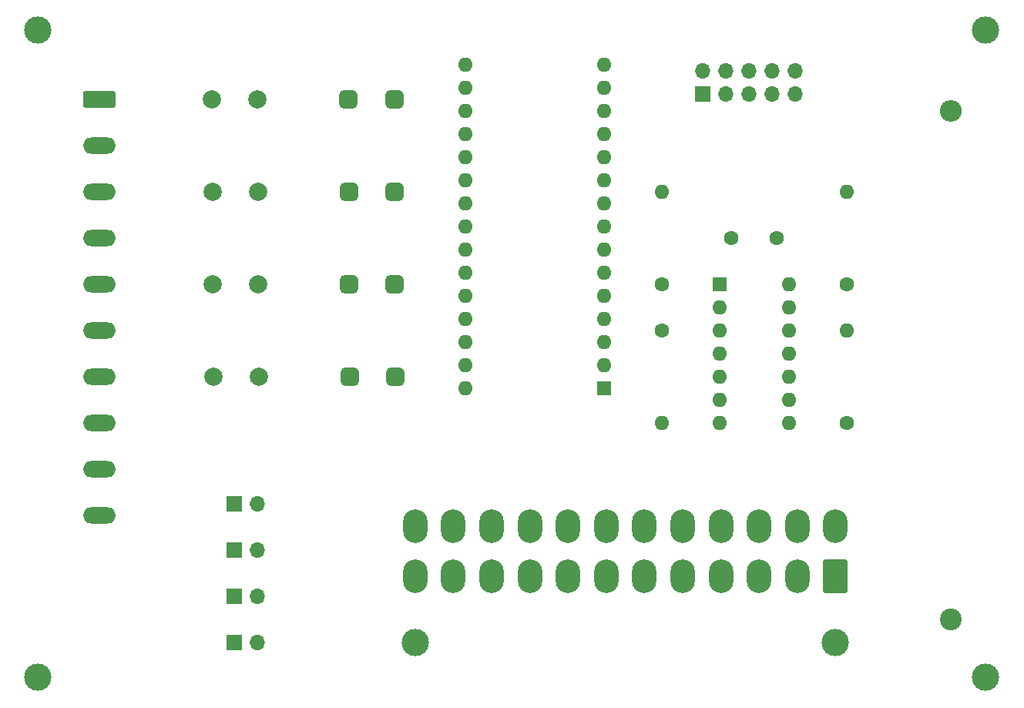
<source format=gbs>
G04 #@! TF.GenerationSoftware,KiCad,Pcbnew,8.0.9-8.0.9-0~ubuntu22.04.1*
G04 #@! TF.CreationDate,2026-01-30T18:33:39+10:00*
G04 #@! TF.ProjectId,ATX-Power-Distribution-Board,4154582d-506f-4776-9572-2d4469737472,rev?*
G04 #@! TF.SameCoordinates,Original*
G04 #@! TF.FileFunction,Soldermask,Bot*
G04 #@! TF.FilePolarity,Negative*
%FSLAX46Y46*%
G04 Gerber Fmt 4.6, Leading zero omitted, Abs format (unit mm)*
G04 Created by KiCad (PCBNEW 8.0.9-8.0.9-0~ubuntu22.04.1) date 2026-01-30 18:33:39*
%MOMM*%
%LPD*%
G01*
G04 APERTURE LIST*
G04 Aperture macros list*
%AMRoundRect*
0 Rectangle with rounded corners*
0 $1 Rounding radius*
0 $2 $3 $4 $5 $6 $7 $8 $9 X,Y pos of 4 corners*
0 Add a 4 corners polygon primitive as box body*
4,1,4,$2,$3,$4,$5,$6,$7,$8,$9,$2,$3,0*
0 Add four circle primitives for the rounded corners*
1,1,$1+$1,$2,$3*
1,1,$1+$1,$4,$5*
1,1,$1+$1,$6,$7*
1,1,$1+$1,$8,$9*
0 Add four rect primitives between the rounded corners*
20,1,$1+$1,$2,$3,$4,$5,0*
20,1,$1+$1,$4,$5,$6,$7,0*
20,1,$1+$1,$6,$7,$8,$9,0*
20,1,$1+$1,$8,$9,$2,$3,0*%
G04 Aperture macros list end*
%ADD10C,1.600000*%
%ADD11O,1.600000X1.600000*%
%ADD12C,3.000000*%
%ADD13R,1.700000X1.700000*%
%ADD14O,1.700000X1.700000*%
%ADD15C,2.400000*%
%ADD16O,2.400000X2.400000*%
%ADD17R,1.600000X1.600000*%
%ADD18RoundRect,0.500000X0.500000X0.500000X-0.500000X0.500000X-0.500000X-0.500000X0.500000X-0.500000X0*%
%ADD19C,2.000000*%
%ADD20RoundRect,0.250000X-1.550000X0.650000X-1.550000X-0.650000X1.550000X-0.650000X1.550000X0.650000X0*%
%ADD21O,3.600000X1.800000*%
%ADD22RoundRect,0.250001X1.099999X1.599999X-1.099999X1.599999X-1.099999X-1.599999X1.099999X-1.599999X0*%
%ADD23O,2.700000X3.700000*%
G04 APERTURE END LIST*
D10*
X148590000Y-87630000D03*
D11*
X148590000Y-97790000D03*
D12*
X184150000Y-54610000D03*
D13*
X101600000Y-111760000D03*
D14*
X104140000Y-111760000D03*
D10*
X148590000Y-82550000D03*
D11*
X148590000Y-72390000D03*
D13*
X153035000Y-61595000D03*
D14*
X153035000Y-59055000D03*
X155575000Y-61595000D03*
X155575000Y-59055000D03*
X158115000Y-61595000D03*
X158115000Y-59055000D03*
X160655000Y-61595000D03*
X160655000Y-59055000D03*
X163195000Y-61595000D03*
X163195000Y-59055000D03*
D15*
X180340000Y-119380000D03*
D16*
X180340000Y-63500000D03*
D13*
X101600000Y-121920000D03*
D14*
X104140000Y-121920000D03*
D12*
X80010000Y-125730000D03*
D17*
X154940000Y-82550000D03*
D11*
X154940000Y-85090000D03*
X154940000Y-87630000D03*
X154940000Y-90170000D03*
X154940000Y-92710000D03*
X154940000Y-95250000D03*
X154940000Y-97790000D03*
X162560000Y-97790000D03*
X162560000Y-95250000D03*
X162560000Y-92710000D03*
X162560000Y-90170000D03*
X162560000Y-87630000D03*
X162560000Y-85090000D03*
X162560000Y-82550000D03*
D18*
X119220000Y-82495000D03*
X114220000Y-82495000D03*
D19*
X104220000Y-82495000D03*
X99220000Y-82495000D03*
D18*
X119220000Y-72335000D03*
X114220000Y-72335000D03*
D19*
X104220000Y-72335000D03*
X99220000Y-72335000D03*
D20*
X86752500Y-62230000D03*
D21*
X86752500Y-67310000D03*
X86752500Y-72390000D03*
X86752500Y-77470000D03*
X86752500Y-82550000D03*
X86752500Y-87630000D03*
X86752500Y-92710000D03*
X86752500Y-97790000D03*
X86752500Y-102870000D03*
X86752500Y-107950000D03*
D10*
X161210000Y-77470000D03*
X156210000Y-77470000D03*
D17*
X142240000Y-93980000D03*
D11*
X142240000Y-91440000D03*
X142240000Y-88900000D03*
X142240000Y-86360000D03*
X142240000Y-83820000D03*
X142240000Y-81280000D03*
X142240000Y-78740000D03*
X142240000Y-76200000D03*
X142240000Y-73660000D03*
X142240000Y-71120000D03*
X142240000Y-68580000D03*
X142240000Y-66040000D03*
X142240000Y-63500000D03*
X142240000Y-60960000D03*
X142240000Y-58420000D03*
X127000000Y-58420000D03*
X127000000Y-60960000D03*
X127000000Y-63500000D03*
X127000000Y-66040000D03*
X127000000Y-68580000D03*
X127000000Y-71120000D03*
X127000000Y-73660000D03*
X127000000Y-76200000D03*
X127000000Y-78740000D03*
X127000000Y-81280000D03*
X127000000Y-83820000D03*
X127000000Y-86360000D03*
X127000000Y-88900000D03*
X127000000Y-91440000D03*
X127000000Y-93980000D03*
D12*
X167640000Y-121920000D03*
X121440000Y-121920000D03*
D22*
X167640000Y-114620000D03*
D23*
X163440000Y-114620000D03*
X159240000Y-114620000D03*
X155040000Y-114620000D03*
X150840000Y-114620000D03*
X146640000Y-114620000D03*
X142440000Y-114620000D03*
X138240000Y-114620000D03*
X134040000Y-114620000D03*
X129840000Y-114620000D03*
X125640000Y-114620000D03*
X121440000Y-114620000D03*
X167640000Y-109120000D03*
X163440000Y-109120000D03*
X159240000Y-109120000D03*
X155040000Y-109120000D03*
X150840000Y-109120000D03*
X146640000Y-109120000D03*
X142440000Y-109120000D03*
X138240000Y-109120000D03*
X134040000Y-109120000D03*
X129840000Y-109120000D03*
X125640000Y-109120000D03*
X121440000Y-109120000D03*
D18*
X119300000Y-92655000D03*
X114300000Y-92655000D03*
D19*
X104300000Y-92655000D03*
X99300000Y-92655000D03*
D13*
X101600000Y-116840000D03*
D14*
X104140000Y-116840000D03*
D10*
X168910000Y-97790000D03*
D11*
X168910000Y-87630000D03*
D13*
X101600000Y-106680000D03*
D14*
X104140000Y-106680000D03*
D12*
X80010000Y-54610000D03*
D18*
X119140000Y-62175000D03*
X114140000Y-62175000D03*
D19*
X104140000Y-62175000D03*
X99140000Y-62175000D03*
D10*
X168910000Y-82550000D03*
D11*
X168910000Y-72390000D03*
D12*
X184150000Y-125730000D03*
M02*

</source>
